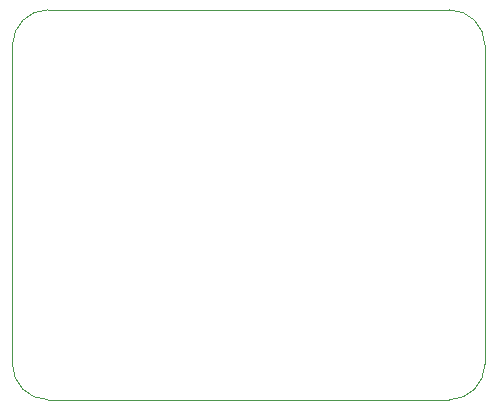
<source format=gbr>
%TF.GenerationSoftware,KiCad,Pcbnew,7.0.9*%
%TF.CreationDate,2024-01-02T16:37:46-08:00*%
%TF.ProjectId,STM32F103C8T6,53544d33-3246-4313-9033-433854362e6b,rev?*%
%TF.SameCoordinates,Original*%
%TF.FileFunction,Profile,NP*%
%FSLAX46Y46*%
G04 Gerber Fmt 4.6, Leading zero omitted, Abs format (unit mm)*
G04 Created by KiCad (PCBNEW 7.0.9) date 2024-01-02 16:37:46*
%MOMM*%
%LPD*%
G01*
G04 APERTURE LIST*
%TA.AperFunction,Profile*%
%ADD10C,0.100000*%
%TD*%
G04 APERTURE END LIST*
D10*
X88000000Y-69500000D02*
X88000000Y-96500000D01*
X88000000Y-96500000D02*
G75*
G03*
X91000000Y-99500000I3000000J0D01*
G01*
X125000000Y-99500000D02*
X91000000Y-99500000D01*
X128000000Y-69500000D02*
X128000000Y-96500000D01*
X128000000Y-69500000D02*
G75*
G03*
X125000000Y-66500000I-3000000J0D01*
G01*
X91000000Y-66500000D02*
G75*
G03*
X88000000Y-69500000I0J-3000000D01*
G01*
X125000000Y-66500000D02*
X91000000Y-66500000D01*
X125000000Y-99500000D02*
G75*
G03*
X128000000Y-96500000I0J3000000D01*
G01*
M02*

</source>
